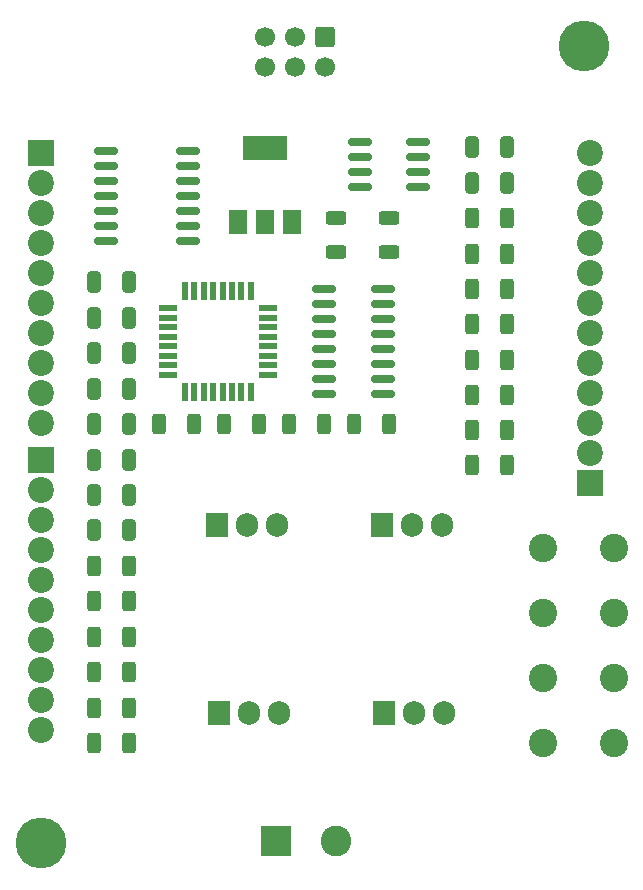
<source format=gbr>
%TF.GenerationSoftware,KiCad,Pcbnew,6.0.7-f9a2dced07~116~ubuntu20.04.1*%
%TF.CreationDate,2022-08-30T20:59:12+02:00*%
%TF.ProjectId,mc unit,6d632075-6e69-4742-9e6b-696361645f70,rev?*%
%TF.SameCoordinates,Original*%
%TF.FileFunction,Soldermask,Top*%
%TF.FilePolarity,Negative*%
%FSLAX46Y46*%
G04 Gerber Fmt 4.6, Leading zero omitted, Abs format (unit mm)*
G04 Created by KiCad (PCBNEW 6.0.7-f9a2dced07~116~ubuntu20.04.1) date 2022-08-30 20:59:12*
%MOMM*%
%LPD*%
G01*
G04 APERTURE LIST*
G04 Aperture macros list*
%AMRoundRect*
0 Rectangle with rounded corners*
0 $1 Rounding radius*
0 $2 $3 $4 $5 $6 $7 $8 $9 X,Y pos of 4 corners*
0 Add a 4 corners polygon primitive as box body*
4,1,4,$2,$3,$4,$5,$6,$7,$8,$9,$2,$3,0*
0 Add four circle primitives for the rounded corners*
1,1,$1+$1,$2,$3*
1,1,$1+$1,$4,$5*
1,1,$1+$1,$6,$7*
1,1,$1+$1,$8,$9*
0 Add four rect primitives between the rounded corners*
20,1,$1+$1,$2,$3,$4,$5,0*
20,1,$1+$1,$4,$5,$6,$7,0*
20,1,$1+$1,$6,$7,$8,$9,0*
20,1,$1+$1,$8,$9,$2,$3,0*%
G04 Aperture macros list end*
%ADD10C,4.300000*%
%ADD11RoundRect,0.250000X-0.325000X-0.650000X0.325000X-0.650000X0.325000X0.650000X-0.325000X0.650000X0*%
%ADD12R,2.600000X2.600000*%
%ADD13C,2.600000*%
%ADD14RoundRect,0.250000X-0.312500X-0.625000X0.312500X-0.625000X0.312500X0.625000X-0.312500X0.625000X0*%
%ADD15R,0.550000X1.600000*%
%ADD16R,1.600000X0.550000*%
%ADD17R,2.200000X2.200000*%
%ADD18C,2.200000*%
%ADD19RoundRect,0.250000X-0.600000X0.600000X-0.600000X-0.600000X0.600000X-0.600000X0.600000X0.600000X0*%
%ADD20C,1.700000*%
%ADD21C,2.400000*%
%ADD22R,1.905000X2.000000*%
%ADD23O,1.905000X2.000000*%
%ADD24RoundRect,0.150000X-0.837500X-0.150000X0.837500X-0.150000X0.837500X0.150000X-0.837500X0.150000X0*%
%ADD25R,1.500000X2.000000*%
%ADD26R,3.800000X2.000000*%
%ADD27RoundRect,0.250000X0.625000X-0.312500X0.625000X0.312500X-0.625000X0.312500X-0.625000X-0.312500X0*%
%ADD28RoundRect,0.150000X-0.825000X-0.150000X0.825000X-0.150000X0.825000X0.150000X-0.825000X0.150000X0*%
G04 APERTURE END LIST*
D10*
%TO.C,H1*%
X80000000Y-111500000D03*
%TD*%
%TO.C,H2*%
X34000000Y-179000000D03*
%TD*%
D11*
%TO.C,C8*%
X38525000Y-131500000D03*
X41475000Y-131500000D03*
%TD*%
%TO.C,C6*%
X38525000Y-137500000D03*
X41475000Y-137500000D03*
%TD*%
D12*
%TO.C,J1*%
X53955000Y-178805000D03*
D13*
X59035000Y-178805000D03*
%TD*%
D14*
%TO.C,R12*%
X70537500Y-138030000D03*
X73462500Y-138030000D03*
%TD*%
D15*
%TO.C,U3*%
X51800000Y-132250000D03*
X51000000Y-132250000D03*
X50200000Y-132250000D03*
X49400000Y-132250000D03*
X48600000Y-132250000D03*
X47800000Y-132250000D03*
X47000000Y-132250000D03*
X46200000Y-132250000D03*
D16*
X44750000Y-133700000D03*
X44750000Y-134500000D03*
X44750000Y-135300000D03*
X44750000Y-136100000D03*
X44750000Y-136900000D03*
X44750000Y-137700000D03*
X44750000Y-138500000D03*
X44750000Y-139300000D03*
D15*
X46200000Y-140750000D03*
X47000000Y-140750000D03*
X47800000Y-140750000D03*
X48600000Y-140750000D03*
X49400000Y-140750000D03*
X50200000Y-140750000D03*
X51000000Y-140750000D03*
X51800000Y-140750000D03*
D16*
X53250000Y-139300000D03*
X53250000Y-138500000D03*
X53250000Y-137700000D03*
X53250000Y-136900000D03*
X53250000Y-136100000D03*
X53250000Y-135300000D03*
X53250000Y-134500000D03*
X53250000Y-133700000D03*
%TD*%
D17*
%TO.C,J13*%
X80500000Y-148470000D03*
D18*
X80500000Y-145930000D03*
X80500000Y-143390000D03*
X80500000Y-140850000D03*
X80500000Y-138310000D03*
X80500000Y-135770000D03*
X80500000Y-133230000D03*
X80500000Y-130690000D03*
X80500000Y-128150000D03*
X80500000Y-125610000D03*
X80500000Y-123070000D03*
X80500000Y-120530000D03*
%TD*%
D14*
%TO.C,R3*%
X38537500Y-164500000D03*
X41462500Y-164500000D03*
%TD*%
D19*
%TO.C,J8*%
X58045000Y-110747500D03*
D20*
X58045000Y-113287500D03*
X55505000Y-110747500D03*
X55505000Y-113287500D03*
X52965000Y-110747500D03*
X52965000Y-113287500D03*
%TD*%
D21*
%TO.C,J11*%
X82500000Y-170475000D03*
%TD*%
D22*
%TO.C,Q1*%
X62925000Y-152000000D03*
D23*
X65465000Y-152000000D03*
X68005000Y-152000000D03*
%TD*%
D14*
%TO.C,R10*%
X60537500Y-143500000D03*
X63462500Y-143500000D03*
%TD*%
D11*
%TO.C,C5*%
X38525000Y-140500000D03*
X41475000Y-140500000D03*
%TD*%
%TO.C,C1*%
X38525000Y-152500000D03*
X41475000Y-152500000D03*
%TD*%
D14*
%TO.C,R2*%
X38537500Y-167500000D03*
X41462500Y-167500000D03*
%TD*%
D21*
%TO.C,J10*%
X76500000Y-164983300D03*
%TD*%
D14*
%TO.C,R7*%
X44037500Y-143500000D03*
X46962500Y-143500000D03*
%TD*%
D11*
%TO.C,C10*%
X70525000Y-123050000D03*
X73475000Y-123050000D03*
%TD*%
%TO.C,C3*%
X38525000Y-146500000D03*
X41475000Y-146500000D03*
%TD*%
D14*
%TO.C,R6*%
X38537500Y-155500000D03*
X41462500Y-155500000D03*
%TD*%
%TO.C,R8*%
X49537500Y-143500000D03*
X52462500Y-143500000D03*
%TD*%
D24*
%TO.C,U1*%
X39537500Y-120390000D03*
X39537500Y-121660000D03*
X39537500Y-122930000D03*
X39537500Y-124200000D03*
X39537500Y-125470000D03*
X39537500Y-126740000D03*
X39537500Y-128010000D03*
X46462500Y-128010000D03*
X46462500Y-126740000D03*
X46462500Y-125470000D03*
X46462500Y-124200000D03*
X46462500Y-122930000D03*
X46462500Y-121660000D03*
X46462500Y-120390000D03*
%TD*%
D21*
%TO.C,J6*%
X82500000Y-159491700D03*
%TD*%
D14*
%TO.C,R17*%
X70537500Y-135040000D03*
X73462500Y-135040000D03*
%TD*%
%TO.C,R5*%
X38537500Y-158500000D03*
X41462500Y-158500000D03*
%TD*%
D25*
%TO.C,U2*%
X50700000Y-126400000D03*
D26*
X53000000Y-120100000D03*
D25*
X53000000Y-126400000D03*
X55300000Y-126400000D03*
%TD*%
D17*
%TO.C,J2*%
X34000000Y-120570000D03*
D18*
X34000000Y-123110000D03*
X34000000Y-125650000D03*
X34000000Y-128190000D03*
X34000000Y-130730000D03*
X34000000Y-133270000D03*
X34000000Y-135810000D03*
X34000000Y-138350000D03*
X34000000Y-140890000D03*
X34000000Y-143430000D03*
%TD*%
D22*
%TO.C,Q2*%
X48900000Y-152000000D03*
D23*
X51440000Y-152000000D03*
X53980000Y-152000000D03*
%TD*%
D21*
%TO.C,J7*%
X76500000Y-159491700D03*
%TD*%
D14*
%TO.C,R11*%
X70537500Y-147000000D03*
X73462500Y-147000000D03*
%TD*%
D21*
%TO.C,J5*%
X76500000Y-154000000D03*
%TD*%
D11*
%TO.C,C9*%
X70525000Y-120000000D03*
X73475000Y-120000000D03*
%TD*%
D27*
%TO.C,Rshunt1*%
X59000000Y-128962500D03*
X59000000Y-126037500D03*
%TD*%
D21*
%TO.C,J12*%
X76500000Y-170475000D03*
%TD*%
D11*
%TO.C,C2*%
X38525000Y-149500000D03*
X41475000Y-149500000D03*
%TD*%
D14*
%TO.C,R4*%
X38537500Y-161500000D03*
X41462500Y-161500000D03*
%TD*%
D28*
%TO.C,U4*%
X58025000Y-132055000D03*
X58025000Y-133325000D03*
X58025000Y-134595000D03*
X58025000Y-135865000D03*
X58025000Y-137135000D03*
X58025000Y-138405000D03*
X58025000Y-139675000D03*
X58025000Y-140945000D03*
X62975000Y-140945000D03*
X62975000Y-139675000D03*
X62975000Y-138405000D03*
X62975000Y-137135000D03*
X62975000Y-135865000D03*
X62975000Y-134595000D03*
X62975000Y-133325000D03*
X62975000Y-132055000D03*
%TD*%
D22*
%TO.C,Q3*%
X49075000Y-168000000D03*
D23*
X51615000Y-168000000D03*
X54155000Y-168000000D03*
%TD*%
D14*
%TO.C,R9*%
X55037500Y-143500000D03*
X57962500Y-143500000D03*
%TD*%
D22*
%TO.C,Q4*%
X63100000Y-168000000D03*
D23*
X65640000Y-168000000D03*
X68180000Y-168000000D03*
%TD*%
D27*
%TO.C,Rshunt2*%
X63500000Y-128962500D03*
X63500000Y-126037500D03*
%TD*%
D21*
%TO.C,J9*%
X82500000Y-164983300D03*
%TD*%
D14*
%TO.C,R15*%
X70537500Y-141020000D03*
X73462500Y-141020000D03*
%TD*%
D11*
%TO.C,C7*%
X38525000Y-134500000D03*
X41475000Y-134500000D03*
%TD*%
D14*
%TO.C,R16*%
X70537500Y-126070000D03*
X73462500Y-126070000D03*
%TD*%
%TO.C,R18*%
X70537500Y-144010000D03*
X73462500Y-144010000D03*
%TD*%
D17*
%TO.C,J3*%
X34000000Y-146570000D03*
D18*
X34000000Y-149110000D03*
X34000000Y-151650000D03*
X34000000Y-154190000D03*
X34000000Y-156730000D03*
X34000000Y-159270000D03*
X34000000Y-161810000D03*
X34000000Y-164350000D03*
X34000000Y-166890000D03*
X34000000Y-169430000D03*
%TD*%
D14*
%TO.C,R13*%
X70537500Y-129060000D03*
X73462500Y-129060000D03*
%TD*%
D28*
%TO.C,U5*%
X61025000Y-119645000D03*
X61025000Y-120915000D03*
X61025000Y-122185000D03*
X61025000Y-123455000D03*
X65975000Y-123455000D03*
X65975000Y-122185000D03*
X65975000Y-120915000D03*
X65975000Y-119645000D03*
%TD*%
D11*
%TO.C,C4*%
X38525000Y-143500000D03*
X41475000Y-143500000D03*
%TD*%
D14*
%TO.C,R1*%
X38537500Y-170500000D03*
X41462500Y-170500000D03*
%TD*%
D21*
%TO.C,J4*%
X82500000Y-154000000D03*
%TD*%
D14*
%TO.C,R14*%
X70537500Y-132050000D03*
X73462500Y-132050000D03*
%TD*%
M02*

</source>
